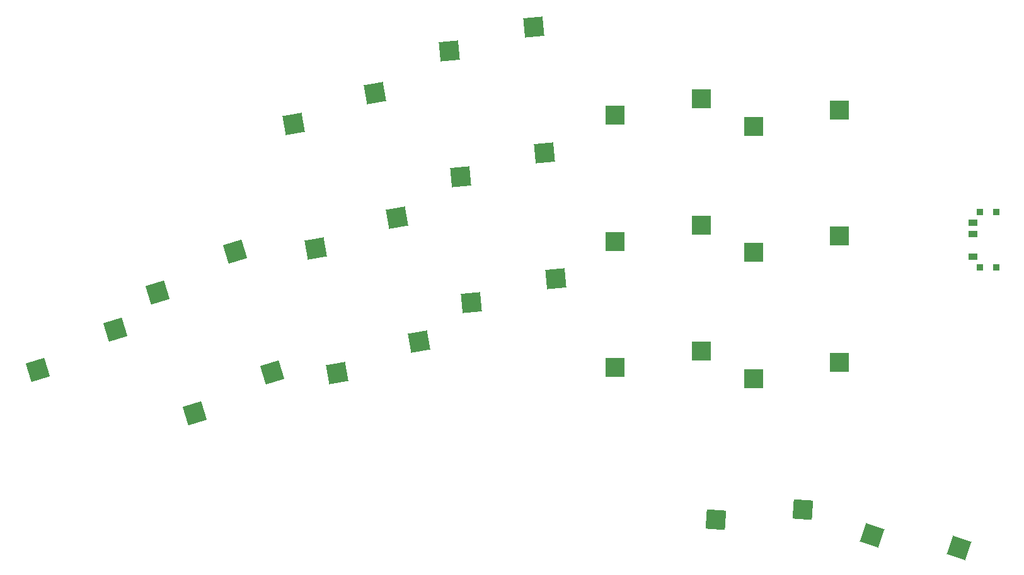
<source format=gtp>
%TF.GenerationSoftware,KiCad,Pcbnew,(6.0.4-0)*%
%TF.CreationDate,2022-07-27T12:02:15+02:00*%
%TF.ProjectId,basbousa,62617362-6f75-4736-912e-6b696361645f,v1.0.0*%
%TF.SameCoordinates,Original*%
%TF.FileFunction,Paste,Top*%
%TF.FilePolarity,Positive*%
%FSLAX46Y46*%
G04 Gerber Fmt 4.6, Leading zero omitted, Abs format (unit mm)*
G04 Created by KiCad (PCBNEW (6.0.4-0)) date 2022-07-27 12:02:15*
%MOMM*%
%LPD*%
G01*
G04 APERTURE LIST*
G04 Aperture macros list*
%AMRotRect*
0 Rectangle, with rotation*
0 The origin of the aperture is its center*
0 $1 length*
0 $2 width*
0 $3 Rotation angle, in degrees counterclockwise*
0 Add horizontal line*
21,1,$1,$2,0,0,$3*%
G04 Aperture macros list end*
%ADD10R,0.900000X0.900000*%
%ADD11R,1.250000X0.900000*%
%ADD12RotRect,2.600000X2.600000X10.000000*%
%ADD13RotRect,2.600000X2.600000X5.000000*%
%ADD14R,2.600000X2.600000*%
%ADD15RotRect,2.600000X2.600000X341.000000*%
%ADD16RotRect,2.600000X2.600000X17.000000*%
%ADD17RotRect,2.600000X2.600000X356.000000*%
G04 APERTURE END LIST*
D10*
%TO.C,T1*%
X156169000Y87958000D03*
X158369000Y95358000D03*
X158369000Y87958000D03*
X156169000Y95358000D03*
D11*
X155194000Y89408000D03*
X155194000Y92408000D03*
X155194000Y93908000D03*
%TD*%
D12*
%TO.C,S11*%
X74892476Y111381133D03*
X63899972Y107208920D03*
%TD*%
D13*
%TO.C,S15*%
X97649093Y103326959D03*
X86334787Y100128683D03*
%TD*%
D14*
%TO.C,S21*%
X118686086Y93636016D03*
X107136086Y91436017D03*
%TD*%
%TO.C,S29*%
X137259999Y109127999D03*
X125709999Y106928000D03*
%TD*%
D15*
%TO.C,S33*%
X153316936Y50207741D03*
X141679946Y51887913D03*
%TD*%
D12*
%TO.C,S7*%
X80796514Y77897669D03*
X69804010Y73725456D03*
%TD*%
D16*
%TO.C,S1*%
X39991903Y79569274D03*
X29589800Y74088512D03*
%TD*%
%TO.C,S5*%
X56055292Y90013726D03*
X45653189Y84532964D03*
%TD*%
D14*
%TO.C,S27*%
X137259999Y92127999D03*
X125709999Y89928000D03*
%TD*%
D12*
%TO.C,S9*%
X77844495Y94639401D03*
X66851991Y90467188D03*
%TD*%
D13*
%TO.C,S13*%
X99130741Y86391649D03*
X87816435Y83193373D03*
%TD*%
%TO.C,S17*%
X96167446Y120262269D03*
X84853140Y117063993D03*
%TD*%
D17*
%TO.C,S31*%
X132303162Y55355504D03*
X120627833Y53966551D03*
%TD*%
D16*
%TO.C,S3*%
X61025611Y73756545D03*
X50623508Y68275783D03*
%TD*%
D14*
%TO.C,S23*%
X118686086Y110636016D03*
X107136086Y108436017D03*
%TD*%
%TO.C,S25*%
X137259999Y75127999D03*
X125709999Y72928000D03*
%TD*%
%TO.C,S19*%
X118686086Y76636016D03*
X107136086Y74436017D03*
%TD*%
M02*

</source>
